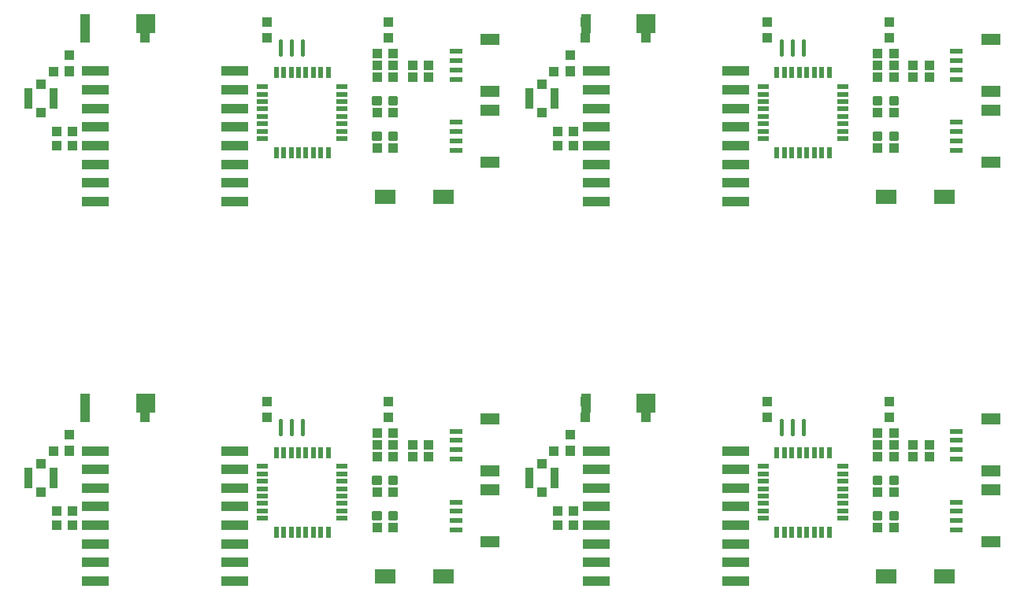
<source format=gtp>
G75*
%MOIN*%
%OFA0B0*%
%FSLAX25Y25*%
%IPPOS*%
%LPD*%
%AMOC8*
5,1,8,0,0,1.08239X$1,22.5*
%
%ADD10C,0.01181*%
%ADD11R,0.07874X0.04724*%
%ADD12R,0.05315X0.02362*%
%ADD13R,0.03346X0.08661*%
%ADD14R,0.03937X0.04134*%
%ADD15R,0.04331X0.03937*%
%ADD16R,0.09055X0.06299*%
%ADD17R,0.03937X0.07874*%
%ADD18R,0.07874X0.07874*%
%ADD19R,0.02200X0.05000*%
%ADD20R,0.05000X0.02200*%
%ADD21C,0.01772*%
%ADD22R,0.03937X0.04331*%
%ADD23R,0.11811X0.03937*%
D10*
X0235925Y0104622D02*
X0235925Y0107378D01*
X0235925Y0104622D02*
X0233169Y0104622D01*
X0233169Y0107378D01*
X0235925Y0107378D01*
X0235925Y0105802D02*
X0233169Y0105802D01*
X0233169Y0106982D02*
X0235925Y0106982D01*
X0242831Y0107378D02*
X0242831Y0104622D01*
X0240075Y0104622D01*
X0240075Y0107378D01*
X0242831Y0107378D01*
X0242831Y0105802D02*
X0240075Y0105802D01*
X0240075Y0106982D02*
X0242831Y0106982D01*
X0242831Y0119622D02*
X0242831Y0122378D01*
X0242831Y0119622D02*
X0240075Y0119622D01*
X0240075Y0122378D01*
X0242831Y0122378D01*
X0242831Y0120802D02*
X0240075Y0120802D01*
X0240075Y0121982D02*
X0242831Y0121982D01*
X0235925Y0122378D02*
X0235925Y0119622D01*
X0233169Y0119622D01*
X0233169Y0122378D01*
X0235925Y0122378D01*
X0235925Y0120802D02*
X0233169Y0120802D01*
X0233169Y0121982D02*
X0235925Y0121982D01*
X0235925Y0265323D02*
X0235925Y0268079D01*
X0235925Y0265323D02*
X0233169Y0265323D01*
X0233169Y0268079D01*
X0235925Y0268079D01*
X0235925Y0266503D02*
X0233169Y0266503D01*
X0233169Y0267683D02*
X0235925Y0267683D01*
X0242831Y0268079D02*
X0242831Y0265323D01*
X0240075Y0265323D01*
X0240075Y0268079D01*
X0242831Y0268079D01*
X0242831Y0266503D02*
X0240075Y0266503D01*
X0240075Y0267683D02*
X0242831Y0267683D01*
X0242831Y0280323D02*
X0242831Y0283079D01*
X0242831Y0280323D02*
X0240075Y0280323D01*
X0240075Y0283079D01*
X0242831Y0283079D01*
X0242831Y0281503D02*
X0240075Y0281503D01*
X0240075Y0282683D02*
X0242831Y0282683D01*
X0235925Y0283079D02*
X0235925Y0280323D01*
X0233169Y0280323D01*
X0233169Y0283079D01*
X0235925Y0283079D01*
X0235925Y0281503D02*
X0233169Y0281503D01*
X0233169Y0282683D02*
X0235925Y0282683D01*
X0447847Y0283079D02*
X0447847Y0280323D01*
X0445091Y0280323D01*
X0445091Y0283079D01*
X0447847Y0283079D01*
X0447847Y0281503D02*
X0445091Y0281503D01*
X0445091Y0282683D02*
X0447847Y0282683D01*
X0454752Y0283079D02*
X0454752Y0280323D01*
X0451996Y0280323D01*
X0451996Y0283079D01*
X0454752Y0283079D01*
X0454752Y0281503D02*
X0451996Y0281503D01*
X0451996Y0282683D02*
X0454752Y0282683D01*
X0454752Y0268079D02*
X0454752Y0265323D01*
X0451996Y0265323D01*
X0451996Y0268079D01*
X0454752Y0268079D01*
X0454752Y0266503D02*
X0451996Y0266503D01*
X0451996Y0267683D02*
X0454752Y0267683D01*
X0447847Y0268079D02*
X0447847Y0265323D01*
X0445091Y0265323D01*
X0445091Y0268079D01*
X0447847Y0268079D01*
X0447847Y0266503D02*
X0445091Y0266503D01*
X0445091Y0267683D02*
X0447847Y0267683D01*
X0447847Y0122378D02*
X0447847Y0119622D01*
X0445091Y0119622D01*
X0445091Y0122378D01*
X0447847Y0122378D01*
X0447847Y0120802D02*
X0445091Y0120802D01*
X0445091Y0121982D02*
X0447847Y0121982D01*
X0454752Y0122378D02*
X0454752Y0119622D01*
X0451996Y0119622D01*
X0451996Y0122378D01*
X0454752Y0122378D01*
X0454752Y0120802D02*
X0451996Y0120802D01*
X0451996Y0121982D02*
X0454752Y0121982D01*
X0454752Y0107378D02*
X0454752Y0104622D01*
X0451996Y0104622D01*
X0451996Y0107378D01*
X0454752Y0107378D01*
X0454752Y0105802D02*
X0451996Y0105802D01*
X0451996Y0106982D02*
X0454752Y0106982D01*
X0447847Y0107378D02*
X0447847Y0104622D01*
X0445091Y0104622D01*
X0445091Y0107378D01*
X0447847Y0107378D01*
X0447847Y0105802D02*
X0445091Y0105802D01*
X0445091Y0106982D02*
X0447847Y0106982D01*
D11*
X0494390Y0117024D03*
X0494390Y0124976D03*
X0494390Y0147024D03*
X0494390Y0094976D03*
X0494390Y0255677D03*
X0494390Y0277724D03*
X0494390Y0285677D03*
X0494390Y0307724D03*
X0282469Y0307724D03*
X0282469Y0285677D03*
X0282469Y0277724D03*
X0282469Y0255677D03*
X0282469Y0147024D03*
X0282469Y0124976D03*
X0282469Y0117024D03*
X0282469Y0094976D03*
D12*
X0268000Y0100094D03*
X0268000Y0104031D03*
X0268000Y0107969D03*
X0268000Y0111906D03*
X0268000Y0130094D03*
X0268000Y0134031D03*
X0268000Y0137969D03*
X0268000Y0141906D03*
X0268000Y0260795D03*
X0268000Y0264732D03*
X0268000Y0268669D03*
X0268000Y0272606D03*
X0268000Y0290795D03*
X0268000Y0294732D03*
X0268000Y0298669D03*
X0268000Y0302606D03*
X0479921Y0302606D03*
X0479921Y0298669D03*
X0479921Y0294732D03*
X0479921Y0290795D03*
X0479921Y0272606D03*
X0479921Y0268669D03*
X0479921Y0264732D03*
X0479921Y0260795D03*
X0479921Y0141906D03*
X0479921Y0137969D03*
X0479921Y0134031D03*
X0479921Y0130094D03*
X0479921Y0111906D03*
X0479921Y0107969D03*
X0479921Y0104031D03*
X0479921Y0100094D03*
D13*
X0309835Y0122000D03*
X0299008Y0122000D03*
X0097913Y0122000D03*
X0087087Y0122000D03*
X0087087Y0282701D03*
X0097913Y0282701D03*
X0299008Y0282701D03*
X0309835Y0282701D03*
D14*
X0304421Y0288705D03*
X0304421Y0276697D03*
X0304421Y0128004D03*
X0304421Y0115996D03*
X0092500Y0115996D03*
X0092500Y0128004D03*
X0092500Y0276697D03*
X0092500Y0288705D03*
D15*
X0097654Y0294201D03*
X0104346Y0294201D03*
X0105846Y0268701D03*
X0105846Y0262701D03*
X0099154Y0262701D03*
X0099154Y0268701D03*
X0234654Y0261701D03*
X0241346Y0261701D03*
X0241346Y0276701D03*
X0234654Y0276701D03*
X0234654Y0291701D03*
X0234654Y0296701D03*
X0234654Y0301701D03*
X0241346Y0301701D03*
X0241346Y0296701D03*
X0241346Y0291701D03*
X0249654Y0291701D03*
X0249654Y0296701D03*
X0256346Y0296701D03*
X0256346Y0291701D03*
X0309575Y0294201D03*
X0316268Y0294201D03*
X0317768Y0268701D03*
X0317768Y0262701D03*
X0311075Y0262701D03*
X0311075Y0268701D03*
X0446575Y0261701D03*
X0453268Y0261701D03*
X0453268Y0276701D03*
X0446575Y0276701D03*
X0446575Y0291701D03*
X0446575Y0296701D03*
X0446575Y0301701D03*
X0453268Y0301701D03*
X0453268Y0296701D03*
X0453268Y0291701D03*
X0461575Y0291701D03*
X0461575Y0296701D03*
X0468268Y0296701D03*
X0468268Y0291701D03*
X0453268Y0141000D03*
X0453268Y0136000D03*
X0453268Y0131000D03*
X0446575Y0131000D03*
X0446575Y0136000D03*
X0446575Y0141000D03*
X0461575Y0136000D03*
X0461575Y0131000D03*
X0468268Y0131000D03*
X0468268Y0136000D03*
X0453268Y0116000D03*
X0446575Y0116000D03*
X0446575Y0101000D03*
X0453268Y0101000D03*
X0317768Y0102000D03*
X0317768Y0108000D03*
X0311075Y0108000D03*
X0311075Y0102000D03*
X0309575Y0133500D03*
X0316268Y0133500D03*
X0256346Y0131000D03*
X0256346Y0136000D03*
X0249654Y0136000D03*
X0249654Y0131000D03*
X0241346Y0131000D03*
X0241346Y0136000D03*
X0241346Y0141000D03*
X0234654Y0141000D03*
X0234654Y0136000D03*
X0234654Y0131000D03*
X0234654Y0116000D03*
X0241346Y0116000D03*
X0241346Y0101000D03*
X0234654Y0101000D03*
X0105846Y0102000D03*
X0105846Y0108000D03*
X0099154Y0108000D03*
X0099154Y0102000D03*
X0097654Y0133500D03*
X0104346Y0133500D03*
D16*
X0238098Y0080500D03*
X0262902Y0080500D03*
X0450020Y0080500D03*
X0474823Y0080500D03*
X0474823Y0241201D03*
X0450020Y0241201D03*
X0262902Y0241201D03*
X0238098Y0241201D03*
D17*
X0322953Y0314575D03*
X0322953Y0153874D03*
X0111031Y0153874D03*
X0111031Y0314575D03*
D18*
X0136622Y0314575D03*
X0136622Y0153874D03*
X0348543Y0153874D03*
X0348543Y0314575D03*
D19*
X0403898Y0293601D03*
X0407047Y0293601D03*
X0410197Y0293601D03*
X0413346Y0293601D03*
X0416496Y0293601D03*
X0419646Y0293601D03*
X0422795Y0293601D03*
X0425945Y0293601D03*
X0425945Y0259801D03*
X0422795Y0259801D03*
X0419646Y0259801D03*
X0416496Y0259801D03*
X0413346Y0259801D03*
X0410197Y0259801D03*
X0407047Y0259801D03*
X0403898Y0259801D03*
X0403898Y0132900D03*
X0407047Y0132900D03*
X0410197Y0132900D03*
X0413346Y0132900D03*
X0416496Y0132900D03*
X0419646Y0132900D03*
X0422795Y0132900D03*
X0425945Y0132900D03*
X0425945Y0099100D03*
X0422795Y0099100D03*
X0419646Y0099100D03*
X0416496Y0099100D03*
X0413346Y0099100D03*
X0410197Y0099100D03*
X0407047Y0099100D03*
X0403898Y0099100D03*
X0214024Y0099100D03*
X0210874Y0099100D03*
X0207724Y0099100D03*
X0204575Y0099100D03*
X0201425Y0099100D03*
X0198276Y0099100D03*
X0195126Y0099100D03*
X0191976Y0099100D03*
X0191976Y0132900D03*
X0195126Y0132900D03*
X0198276Y0132900D03*
X0201425Y0132900D03*
X0204575Y0132900D03*
X0207724Y0132900D03*
X0210874Y0132900D03*
X0214024Y0132900D03*
X0214024Y0259801D03*
X0210874Y0259801D03*
X0207724Y0259801D03*
X0204575Y0259801D03*
X0201425Y0259801D03*
X0198276Y0259801D03*
X0195126Y0259801D03*
X0191976Y0259801D03*
X0191976Y0293601D03*
X0195126Y0293601D03*
X0198276Y0293601D03*
X0201425Y0293601D03*
X0204575Y0293601D03*
X0207724Y0293601D03*
X0210874Y0293601D03*
X0214024Y0293601D03*
D20*
X0219900Y0287724D03*
X0219900Y0284575D03*
X0219900Y0281425D03*
X0219900Y0278276D03*
X0219900Y0275126D03*
X0219900Y0271976D03*
X0219900Y0268827D03*
X0219900Y0265677D03*
X0186100Y0265677D03*
X0186100Y0268827D03*
X0186100Y0271976D03*
X0186100Y0275126D03*
X0186100Y0278276D03*
X0186100Y0281425D03*
X0186100Y0284575D03*
X0186100Y0287724D03*
X0186100Y0127024D03*
X0186100Y0123874D03*
X0186100Y0120724D03*
X0186100Y0117575D03*
X0186100Y0114425D03*
X0186100Y0111276D03*
X0186100Y0108126D03*
X0186100Y0104976D03*
X0219900Y0104976D03*
X0219900Y0108126D03*
X0219900Y0111276D03*
X0219900Y0114425D03*
X0219900Y0117575D03*
X0219900Y0120724D03*
X0219900Y0123874D03*
X0219900Y0127024D03*
X0398021Y0127024D03*
X0398021Y0123874D03*
X0398021Y0120724D03*
X0398021Y0117575D03*
X0398021Y0114425D03*
X0398021Y0111276D03*
X0398021Y0108126D03*
X0398021Y0104976D03*
X0431821Y0104976D03*
X0431821Y0108126D03*
X0431821Y0111276D03*
X0431821Y0114425D03*
X0431821Y0117575D03*
X0431821Y0120724D03*
X0431821Y0123874D03*
X0431821Y0127024D03*
X0431821Y0265677D03*
X0431821Y0268827D03*
X0431821Y0271976D03*
X0431821Y0275126D03*
X0431821Y0278276D03*
X0431821Y0281425D03*
X0431821Y0284575D03*
X0431821Y0287724D03*
X0398021Y0287724D03*
X0398021Y0284575D03*
X0398021Y0281425D03*
X0398021Y0278276D03*
X0398021Y0275126D03*
X0398021Y0271976D03*
X0398021Y0268827D03*
X0398021Y0265677D03*
D21*
X0405697Y0301337D02*
X0405697Y0307065D01*
X0410421Y0307065D02*
X0410421Y0301337D01*
X0415146Y0301337D02*
X0415146Y0307065D01*
X0415146Y0146364D02*
X0415146Y0140636D01*
X0410421Y0140636D02*
X0410421Y0146364D01*
X0405697Y0146364D02*
X0405697Y0140636D01*
X0203224Y0140636D02*
X0203224Y0146364D01*
X0198500Y0146364D02*
X0198500Y0140636D01*
X0193776Y0140636D02*
X0193776Y0146364D01*
X0193776Y0301337D02*
X0193776Y0307065D01*
X0198500Y0307065D02*
X0198500Y0301337D01*
X0203224Y0301337D02*
X0203224Y0307065D01*
D22*
X0188000Y0308354D03*
X0188000Y0315047D03*
X0136500Y0315047D03*
X0136500Y0308354D03*
X0111000Y0308354D03*
X0111000Y0315047D03*
X0104500Y0301047D03*
X0104500Y0294354D03*
X0239500Y0308354D03*
X0239500Y0315047D03*
X0316421Y0301047D03*
X0316421Y0294354D03*
X0322921Y0308354D03*
X0322921Y0315047D03*
X0348421Y0315047D03*
X0348421Y0308354D03*
X0399921Y0308354D03*
X0399921Y0315047D03*
X0451421Y0315047D03*
X0451421Y0308354D03*
X0451421Y0154346D03*
X0451421Y0147654D03*
X0399921Y0147654D03*
X0399921Y0154346D03*
X0348421Y0154346D03*
X0348421Y0147654D03*
X0322921Y0147654D03*
X0322921Y0154346D03*
X0316421Y0140346D03*
X0316421Y0133654D03*
X0239500Y0147654D03*
X0239500Y0154346D03*
X0188000Y0154346D03*
X0188000Y0147654D03*
X0136500Y0147654D03*
X0136500Y0154346D03*
X0111000Y0154346D03*
X0111000Y0147654D03*
X0104500Y0140346D03*
X0104500Y0133654D03*
D23*
X0115472Y0078441D03*
X0115472Y0086315D03*
X0115472Y0094189D03*
X0115472Y0102063D03*
X0115472Y0109937D03*
X0115472Y0117811D03*
X0115472Y0125685D03*
X0115472Y0133559D03*
X0174528Y0133559D03*
X0174528Y0125685D03*
X0174528Y0117811D03*
X0174528Y0109937D03*
X0174528Y0102063D03*
X0174528Y0094189D03*
X0174528Y0086315D03*
X0174528Y0078441D03*
X0327394Y0078441D03*
X0327394Y0086315D03*
X0327394Y0094189D03*
X0327394Y0102063D03*
X0327394Y0109937D03*
X0327394Y0117811D03*
X0327394Y0125685D03*
X0327394Y0133559D03*
X0386449Y0133559D03*
X0386449Y0125685D03*
X0386449Y0117811D03*
X0386449Y0109937D03*
X0386449Y0102063D03*
X0386449Y0094189D03*
X0386449Y0086315D03*
X0386449Y0078441D03*
X0386449Y0239142D03*
X0386449Y0247016D03*
X0386449Y0254890D03*
X0386449Y0262764D03*
X0386449Y0270638D03*
X0386449Y0278512D03*
X0386449Y0286386D03*
X0386449Y0294260D03*
X0327394Y0294260D03*
X0327394Y0286386D03*
X0327394Y0278512D03*
X0327394Y0270638D03*
X0327394Y0262764D03*
X0327394Y0254890D03*
X0327394Y0247016D03*
X0327394Y0239142D03*
X0174528Y0239142D03*
X0174528Y0247016D03*
X0174528Y0254890D03*
X0174528Y0262764D03*
X0174528Y0270638D03*
X0174528Y0278512D03*
X0174528Y0286386D03*
X0174528Y0294260D03*
X0115472Y0294260D03*
X0115472Y0286386D03*
X0115472Y0278512D03*
X0115472Y0270638D03*
X0115472Y0262764D03*
X0115472Y0254890D03*
X0115472Y0247016D03*
X0115472Y0239142D03*
M02*

</source>
